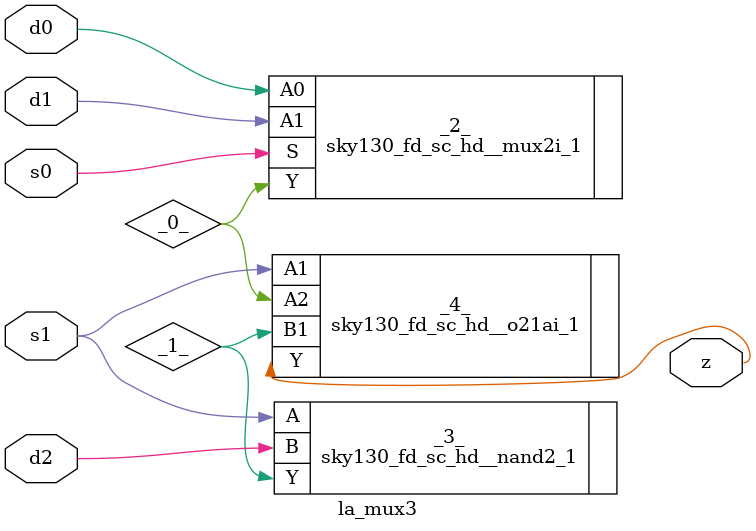
<source format=v>

/* Generated by Yosys 0.44 (git sha1 80ba43d26, g++ 11.4.0-1ubuntu1~22.04 -fPIC -O3) */

(* top =  1  *)
(* src = "inputs/la_mux3.v:10.1-23.10" *)
module la_mux3 (
    d0,
    d1,
    d2,
    s0,
    s1,
    z
);
  wire _0_;
  wire _1_;
  (* src = "inputs/la_mux3.v:13.12-13.14" *)
  input d0;
  wire d0;
  (* src = "inputs/la_mux3.v:14.12-14.14" *)
  input d1;
  wire d1;
  (* src = "inputs/la_mux3.v:15.12-15.14" *)
  input d2;
  wire d2;
  (* src = "inputs/la_mux3.v:16.12-16.14" *)
  input s0;
  wire s0;
  (* src = "inputs/la_mux3.v:17.12-17.14" *)
  input s1;
  wire s1;
  (* src = "inputs/la_mux3.v:18.12-18.13" *)
  output z;
  wire z;
  sky130_fd_sc_hd__mux2i_1 _2_ (
      .A0(d0),
      .A1(d1),
      .S (s0),
      .Y (_0_)
  );
  sky130_fd_sc_hd__nand2_1 _3_ (
      .A(s1),
      .B(d2),
      .Y(_1_)
  );
  sky130_fd_sc_hd__o21ai_1 _4_ (
      .A1(s1),
      .A2(_0_),
      .B1(_1_),
      .Y (z)
  );
endmodule

</source>
